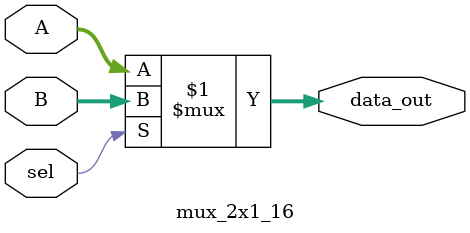
<source format=v>
module mux_2x1_16(
  input [15:0] A,
  input [15:0] B,
  input sel,
  output [15:0] data_out
);
  
  assign data_out = sel ? B : A;
  
endmodule
</source>
